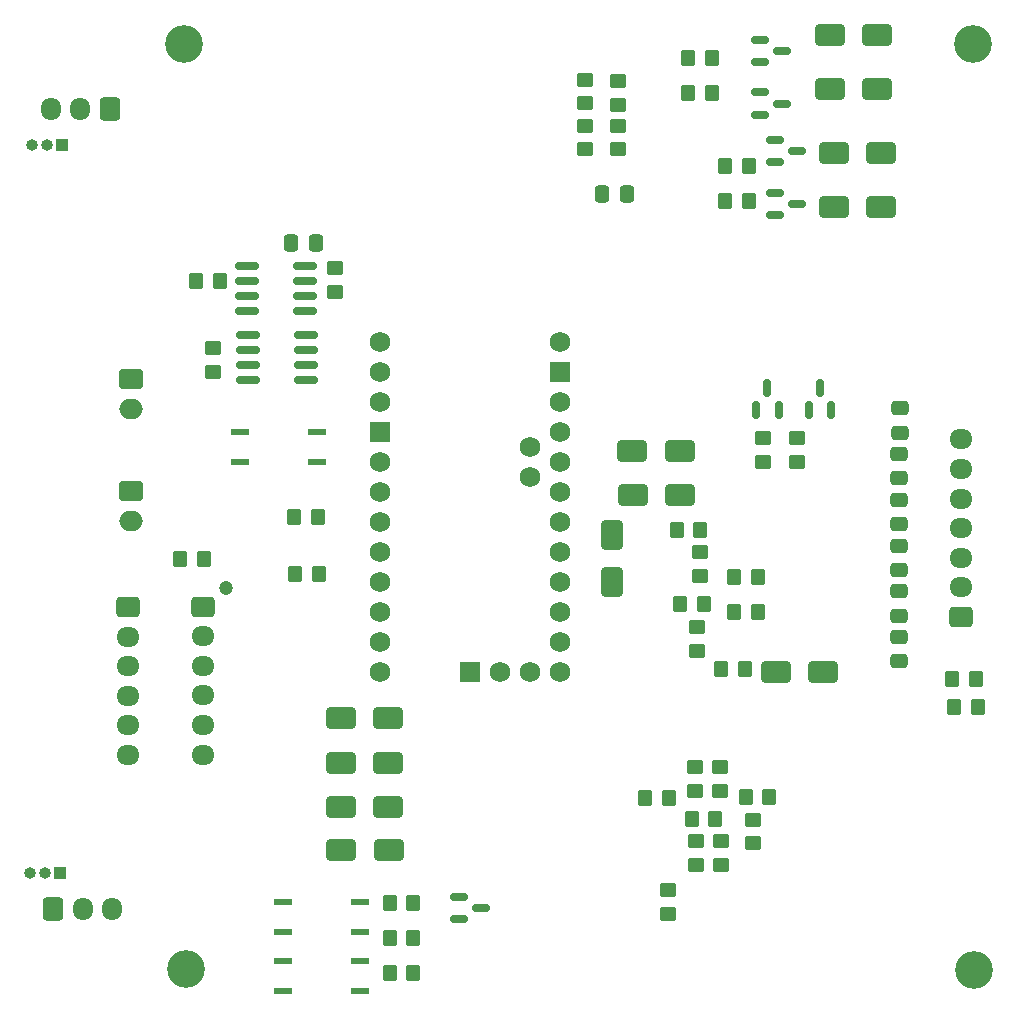
<source format=gbr>
%TF.GenerationSoftware,KiCad,Pcbnew,7.0.9*%
%TF.CreationDate,2024-01-08T18:19:43+05:30*%
%TF.ProjectId,BMS OPAMP,424d5320-4f50-4414-9d50-2e6b69636164,rev?*%
%TF.SameCoordinates,Original*%
%TF.FileFunction,Soldermask,Top*%
%TF.FilePolarity,Negative*%
%FSLAX46Y46*%
G04 Gerber Fmt 4.6, Leading zero omitted, Abs format (unit mm)*
G04 Created by KiCad (PCBNEW 7.0.9) date 2024-01-08 18:19:43*
%MOMM*%
%LPD*%
G01*
G04 APERTURE LIST*
G04 Aperture macros list*
%AMRoundRect*
0 Rectangle with rounded corners*
0 $1 Rounding radius*
0 $2 $3 $4 $5 $6 $7 $8 $9 X,Y pos of 4 corners*
0 Add a 4 corners polygon primitive as box body*
4,1,4,$2,$3,$4,$5,$6,$7,$8,$9,$2,$3,0*
0 Add four circle primitives for the rounded corners*
1,1,$1+$1,$2,$3*
1,1,$1+$1,$4,$5*
1,1,$1+$1,$6,$7*
1,1,$1+$1,$8,$9*
0 Add four rect primitives between the rounded corners*
20,1,$1+$1,$2,$3,$4,$5,0*
20,1,$1+$1,$4,$5,$6,$7,0*
20,1,$1+$1,$6,$7,$8,$9,0*
20,1,$1+$1,$8,$9,$2,$3,0*%
G04 Aperture macros list end*
%ADD10RoundRect,0.250000X0.450000X-0.350000X0.450000X0.350000X-0.450000X0.350000X-0.450000X-0.350000X0*%
%ADD11C,3.200000*%
%ADD12RoundRect,0.250000X-0.350000X-0.450000X0.350000X-0.450000X0.350000X0.450000X-0.350000X0.450000X0*%
%ADD13RoundRect,0.250000X-0.450000X0.350000X-0.450000X-0.350000X0.450000X-0.350000X0.450000X0.350000X0*%
%ADD14C,1.727200*%
%ADD15R,1.727200X1.727200*%
%ADD16RoundRect,0.250000X-0.337500X-0.475000X0.337500X-0.475000X0.337500X0.475000X-0.337500X0.475000X0*%
%ADD17RoundRect,0.250000X-0.725000X0.600000X-0.725000X-0.600000X0.725000X-0.600000X0.725000X0.600000X0*%
%ADD18O,1.950000X1.700000*%
%ADD19RoundRect,0.250000X0.475000X-0.337500X0.475000X0.337500X-0.475000X0.337500X-0.475000X-0.337500X0*%
%ADD20RoundRect,0.150000X-0.825000X-0.150000X0.825000X-0.150000X0.825000X0.150000X-0.825000X0.150000X0*%
%ADD21RoundRect,0.150000X-0.587500X-0.150000X0.587500X-0.150000X0.587500X0.150000X-0.587500X0.150000X0*%
%ADD22RoundRect,0.250000X0.350000X0.450000X-0.350000X0.450000X-0.350000X-0.450000X0.350000X-0.450000X0*%
%ADD23RoundRect,0.137500X-0.662500X-0.137500X0.662500X-0.137500X0.662500X0.137500X-0.662500X0.137500X0*%
%ADD24RoundRect,0.250000X0.600000X0.725000X-0.600000X0.725000X-0.600000X-0.725000X0.600000X-0.725000X0*%
%ADD25O,1.700000X1.950000*%
%ADD26RoundRect,0.250000X-1.000000X-0.650000X1.000000X-0.650000X1.000000X0.650000X-1.000000X0.650000X0*%
%ADD27RoundRect,0.250000X1.000000X0.650000X-1.000000X0.650000X-1.000000X-0.650000X1.000000X-0.650000X0*%
%ADD28RoundRect,0.250000X-0.750000X0.600000X-0.750000X-0.600000X0.750000X-0.600000X0.750000X0.600000X0*%
%ADD29O,2.000000X1.700000*%
%ADD30RoundRect,0.150000X0.150000X-0.587500X0.150000X0.587500X-0.150000X0.587500X-0.150000X-0.587500X0*%
%ADD31RoundRect,0.150000X0.825000X0.150000X-0.825000X0.150000X-0.825000X-0.150000X0.825000X-0.150000X0*%
%ADD32RoundRect,0.250000X0.725000X-0.600000X0.725000X0.600000X-0.725000X0.600000X-0.725000X-0.600000X0*%
%ADD33RoundRect,0.250000X0.650000X-1.000000X0.650000X1.000000X-0.650000X1.000000X-0.650000X-1.000000X0*%
%ADD34RoundRect,0.250000X-0.600000X-0.725000X0.600000X-0.725000X0.600000X0.725000X-0.600000X0.725000X0*%
%ADD35R,1.000000X1.000000*%
%ADD36O,1.000000X1.000000*%
%ADD37C,1.200000*%
G04 APERTURE END LIST*
D10*
%TO.C,R13*%
X78359000Y-92744800D03*
X78359000Y-90744800D03*
%TD*%
D11*
%TO.C,H1*%
X104216200Y-19100800D03*
%TD*%
D12*
%TO.C,R1*%
X37090600Y-62738000D03*
X39090600Y-62738000D03*
%TD*%
%TO.C,R60*%
X80111000Y-20316400D03*
X82111000Y-20316400D03*
%TD*%
%TO.C,R7*%
X54803800Y-97746400D03*
X56803800Y-97746400D03*
%TD*%
%TO.C,R44*%
X83988400Y-64287400D03*
X85988400Y-64287400D03*
%TD*%
D10*
%TO.C,R4*%
X39827200Y-46872400D03*
X39827200Y-44872400D03*
%TD*%
D13*
%TO.C,R26*%
X82854800Y-86604600D03*
X82854800Y-88604600D03*
%TD*%
D14*
%TO.C,A1*%
X69215000Y-62103000D03*
X69215000Y-59563000D03*
X69215000Y-57023000D03*
X69215000Y-54483000D03*
X66675000Y-55753000D03*
X66675000Y-53213000D03*
X64135000Y-72263000D03*
X66675000Y-72263000D03*
X53975000Y-46863000D03*
X53975000Y-44323000D03*
X53975000Y-54483000D03*
X53975000Y-57023000D03*
X53975000Y-59563000D03*
X53975000Y-62103000D03*
X53975000Y-64643000D03*
X53975000Y-67183000D03*
X53975000Y-69723000D03*
X53975000Y-72263000D03*
X69215000Y-72263000D03*
X69215000Y-69723000D03*
X69215000Y-67183000D03*
X69215000Y-64643000D03*
D15*
X53975000Y-51943000D03*
X69215000Y-46863000D03*
X61595000Y-72263000D03*
D14*
X69215000Y-44323000D03*
X53975000Y-49403000D03*
X69215000Y-49403000D03*
X69215000Y-51943000D03*
%TD*%
D16*
%TO.C,C14*%
X72799700Y-31826200D03*
X74874700Y-31826200D03*
%TD*%
D17*
%TO.C,J1*%
X32639000Y-66802000D03*
D18*
X32639000Y-69302000D03*
X32639000Y-71802000D03*
X32639000Y-74302000D03*
X32639000Y-76802000D03*
X32639000Y-79302000D03*
%TD*%
D10*
%TO.C,R53*%
X71348000Y-28051000D03*
X71348000Y-26051000D03*
%TD*%
D19*
%TO.C,C5*%
X97891600Y-67534700D03*
X97891600Y-65459700D03*
%TD*%
D20*
%TO.C,U6*%
X42711600Y-37896800D03*
X42711600Y-39166800D03*
X42711600Y-40436800D03*
X42711600Y-41706800D03*
X47661600Y-41706800D03*
X47661600Y-40436800D03*
X47661600Y-39166800D03*
X47661600Y-37896800D03*
%TD*%
D10*
%TO.C,R41*%
X81102200Y-64169800D03*
X81102200Y-62169800D03*
%TD*%
D21*
%TO.C,Q7*%
X86183900Y-23210400D03*
X86183900Y-25110400D03*
X88058900Y-24160400D03*
%TD*%
D13*
%TO.C,R40*%
X80822800Y-68494400D03*
X80822800Y-70494400D03*
%TD*%
D12*
%TO.C,R11*%
X46802800Y-63957200D03*
X48802800Y-63957200D03*
%TD*%
D13*
%TO.C,R24*%
X80721200Y-86630000D03*
X80721200Y-88630000D03*
%TD*%
D12*
%TO.C,R51*%
X102444800Y-72847200D03*
X104444800Y-72847200D03*
%TD*%
D22*
%TO.C,R3*%
X40436800Y-39166800D03*
X38436800Y-39166800D03*
%TD*%
D23*
%TO.C,U1*%
X42141000Y-51968400D03*
X42141000Y-54508400D03*
X48641000Y-54508400D03*
X48641000Y-51968400D03*
%TD*%
D24*
%TO.C,J4*%
X31115000Y-24638000D03*
D25*
X28615000Y-24638000D03*
X26115000Y-24638000D03*
%TD*%
D12*
%TO.C,R55*%
X83225800Y-32414000D03*
X85225800Y-32414000D03*
%TD*%
%TO.C,R39*%
X79111600Y-60248800D03*
X81111600Y-60248800D03*
%TD*%
D26*
%TO.C,D14*%
X92411200Y-32921800D03*
X96411200Y-32921800D03*
%TD*%
D27*
%TO.C,D3*%
X54705000Y-83693000D03*
X50705000Y-83693000D03*
%TD*%
D10*
%TO.C,R46*%
X86381800Y-54517800D03*
X86381800Y-52517800D03*
%TD*%
D13*
%TO.C,R58*%
X71348000Y-22148800D03*
X71348000Y-24148800D03*
%TD*%
D21*
%TO.C,Q1*%
X60682900Y-91302800D03*
X60682900Y-93202800D03*
X62557900Y-92252800D03*
%TD*%
D27*
%TO.C,D4*%
X54654200Y-76200000D03*
X50654200Y-76200000D03*
%TD*%
D22*
%TO.C,R38*%
X81416400Y-66522600D03*
X79416400Y-66522600D03*
%TD*%
%TO.C,R36*%
X84896200Y-72059800D03*
X82896200Y-72059800D03*
%TD*%
D28*
%TO.C,J7*%
X32914000Y-47518000D03*
D29*
X32914000Y-50018000D03*
%TD*%
D30*
%TO.C,Q3*%
X90286800Y-50086500D03*
X92186800Y-50086500D03*
X91236800Y-48211500D03*
%TD*%
D19*
%TO.C,C4*%
X97917000Y-63673900D03*
X97917000Y-61598900D03*
%TD*%
D21*
%TO.C,Q4*%
X87428500Y-27244000D03*
X87428500Y-29144000D03*
X89303500Y-28194000D03*
%TD*%
D26*
%TO.C,D13*%
X92411200Y-28371800D03*
X96411200Y-28371800D03*
%TD*%
D21*
%TO.C,Q5*%
X87428500Y-31694000D03*
X87428500Y-33594000D03*
X89303500Y-32644000D03*
%TD*%
D31*
%TO.C,U7*%
X47763200Y-47602600D03*
X47763200Y-46332600D03*
X47763200Y-45062600D03*
X47763200Y-43792600D03*
X42813200Y-43792600D03*
X42813200Y-45062600D03*
X42813200Y-46332600D03*
X42813200Y-47602600D03*
%TD*%
D22*
%TO.C,R21*%
X86953600Y-82854800D03*
X84953600Y-82854800D03*
%TD*%
D12*
%TO.C,R6*%
X54803800Y-94796400D03*
X56803800Y-94796400D03*
%TD*%
%TO.C,R45*%
X83988400Y-67237400D03*
X85988400Y-67237400D03*
%TD*%
D10*
%TO.C,R47*%
X89331800Y-54517800D03*
X89331800Y-52517800D03*
%TD*%
D16*
%TO.C,C10*%
X46460500Y-35991800D03*
X48535500Y-35991800D03*
%TD*%
D27*
%TO.C,D1*%
X54705000Y-80010000D03*
X50705000Y-80010000D03*
%TD*%
D26*
%TO.C,D18*%
X92055600Y-22914200D03*
X96055600Y-22914200D03*
%TD*%
D13*
%TO.C,R8*%
X50139600Y-38116000D03*
X50139600Y-40116000D03*
%TD*%
%TO.C,R59*%
X74142000Y-22250400D03*
X74142000Y-24250400D03*
%TD*%
D21*
%TO.C,Q6*%
X86183900Y-18760400D03*
X86183900Y-20660400D03*
X88058900Y-19710400D03*
%TD*%
D28*
%TO.C,J8*%
X32914000Y-56968000D03*
D29*
X32914000Y-59468000D03*
%TD*%
D12*
%TO.C,R54*%
X83225800Y-29464000D03*
X85225800Y-29464000D03*
%TD*%
D19*
%TO.C,C1*%
X98018600Y-52040700D03*
X98018600Y-49965700D03*
%TD*%
%TO.C,C2*%
X97942400Y-55876100D03*
X97942400Y-53801100D03*
%TD*%
D12*
%TO.C,R23*%
X76470000Y-82981800D03*
X78470000Y-82981800D03*
%TD*%
D26*
%TO.C,D17*%
X92055600Y-18364200D03*
X96055600Y-18364200D03*
%TD*%
D27*
%TO.C,D20*%
X91509600Y-72288400D03*
X87509600Y-72288400D03*
%TD*%
D10*
%TO.C,R22*%
X85547200Y-86801200D03*
X85547200Y-84801200D03*
%TD*%
D26*
%TO.C,D6*%
X75368400Y-53568600D03*
X79368400Y-53568600D03*
%TD*%
D12*
%TO.C,R50*%
X102606600Y-75260200D03*
X104606600Y-75260200D03*
%TD*%
D11*
%TO.C,H2*%
X104241600Y-97485200D03*
%TD*%
D19*
%TO.C,C6*%
X97891600Y-71395500D03*
X97891600Y-69320500D03*
%TD*%
D30*
%TO.C,Q2*%
X85836800Y-50086500D03*
X87736800Y-50086500D03*
X86786800Y-48211500D03*
%TD*%
D27*
%TO.C,D2*%
X54730400Y-87401400D03*
X50730400Y-87401400D03*
%TD*%
D32*
%TO.C,J9*%
X103148800Y-67603400D03*
D18*
X103148800Y-65103400D03*
X103148800Y-62603400D03*
X103148800Y-60103400D03*
X103148800Y-57603400D03*
X103148800Y-55103400D03*
X103148800Y-52603400D03*
%TD*%
D23*
%TO.C,U2*%
X45772000Y-91744800D03*
X45772000Y-94284800D03*
X52272000Y-94284800D03*
X52272000Y-91744800D03*
%TD*%
D12*
%TO.C,R20*%
X80391000Y-84709000D03*
X82391000Y-84709000D03*
%TD*%
D10*
%TO.C,R27*%
X80619600Y-82356200D03*
X80619600Y-80356200D03*
%TD*%
%TO.C,R25*%
X82778600Y-82330800D03*
X82778600Y-80330800D03*
%TD*%
D33*
%TO.C,D19*%
X73634600Y-64661800D03*
X73634600Y-60661800D03*
%TD*%
D23*
%TO.C,U4*%
X45797400Y-96799400D03*
X45797400Y-99339400D03*
X52297400Y-99339400D03*
X52297400Y-96799400D03*
%TD*%
D10*
%TO.C,R52*%
X74116600Y-28051000D03*
X74116600Y-26051000D03*
%TD*%
D19*
%TO.C,C3*%
X97942400Y-59787700D03*
X97942400Y-57712700D03*
%TD*%
D34*
%TO.C,J3*%
X26329000Y-92384000D03*
D25*
X28829000Y-92384000D03*
X31329000Y-92384000D03*
%TD*%
D12*
%TO.C,R5*%
X54803800Y-91846400D03*
X56803800Y-91846400D03*
%TD*%
%TO.C,R61*%
X80111000Y-23266400D03*
X82111000Y-23266400D03*
%TD*%
D22*
%TO.C,R10*%
X48726600Y-59131200D03*
X46726600Y-59131200D03*
%TD*%
D26*
%TO.C,D5*%
X75419200Y-57277000D03*
X79419200Y-57277000D03*
%TD*%
D35*
%TO.C,J6*%
X26908000Y-89281000D03*
D36*
X25638000Y-89281000D03*
X24368000Y-89281000D03*
%TD*%
D37*
%TO.C,J2*%
X40972000Y-65175000D03*
D17*
X38972000Y-66775000D03*
D18*
X38972000Y-69275000D03*
X38972000Y-71775000D03*
X38972000Y-74275000D03*
X38972000Y-76775000D03*
X38972000Y-79275000D03*
%TD*%
D11*
%TO.C,H4*%
X37566600Y-97459800D03*
%TD*%
D35*
%TO.C,J5*%
X27051000Y-27686000D03*
D36*
X25781000Y-27686000D03*
X24511000Y-27686000D03*
%TD*%
D11*
%TO.C,H3*%
X37363400Y-19100800D03*
%TD*%
M02*

</source>
